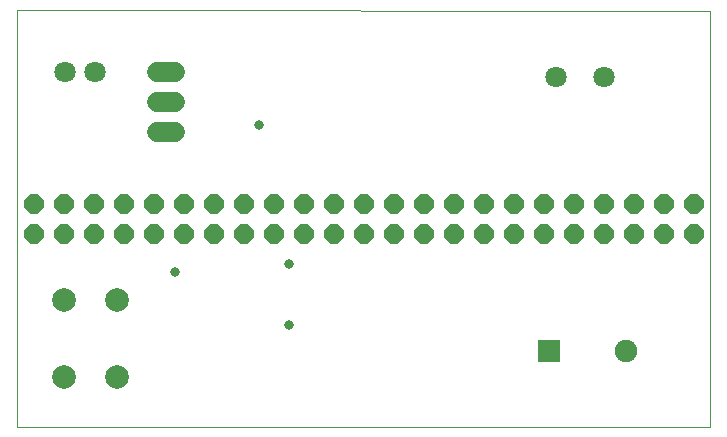
<source format=gbs>
G75*
%MOIN*%
%OFA0B0*%
%FSLAX25Y25*%
%IPPOS*%
%LPD*%
%AMOC8*
5,1,8,0,0,1.08239X$1,22.5*
%
%ADD10C,0.00000*%
%ADD11C,0.07100*%
%ADD12C,0.07900*%
%ADD13R,0.07500X0.07500*%
%ADD14C,0.07500*%
%ADD15OC8,0.06500*%
%ADD16C,0.06500*%
%ADD17C,0.03200*%
D10*
X0021800Y0021800D02*
X0021800Y0160501D01*
X0252745Y0160343D01*
X0252745Y0021800D01*
X0021800Y0021800D01*
D11*
X0037706Y0139989D03*
X0047706Y0139989D03*
X0201485Y0138217D03*
X0217233Y0138217D03*
D12*
X0054991Y0063891D03*
X0037191Y0063891D03*
X0037191Y0038291D03*
X0054991Y0038291D03*
D13*
X0198965Y0047036D03*
D14*
X0224556Y0047036D03*
D15*
X0227233Y0086131D03*
X0217233Y0086131D03*
X0207233Y0086131D03*
X0197233Y0086131D03*
X0187233Y0086131D03*
X0177233Y0086131D03*
X0167233Y0086131D03*
X0157233Y0086131D03*
X0147233Y0086131D03*
X0137233Y0086131D03*
X0127233Y0086131D03*
X0117233Y0086131D03*
X0107233Y0086131D03*
X0097233Y0086131D03*
X0087233Y0086131D03*
X0077233Y0086131D03*
X0067233Y0086131D03*
X0057233Y0086131D03*
X0047233Y0086131D03*
X0037233Y0086131D03*
X0027233Y0086131D03*
X0027233Y0096131D03*
X0037233Y0096131D03*
X0047233Y0096131D03*
X0057233Y0096131D03*
X0067233Y0096131D03*
X0077233Y0096131D03*
X0087233Y0096131D03*
X0097233Y0096131D03*
X0107233Y0096131D03*
X0117233Y0096131D03*
X0127233Y0096131D03*
X0137233Y0096131D03*
X0147233Y0096131D03*
X0157233Y0096131D03*
X0167233Y0096131D03*
X0177233Y0096131D03*
X0187233Y0096131D03*
X0197233Y0096131D03*
X0207233Y0096131D03*
X0217233Y0096131D03*
X0227233Y0096131D03*
X0237233Y0096131D03*
X0247233Y0096131D03*
X0247233Y0086131D03*
X0237233Y0086131D03*
D16*
X0074209Y0119910D02*
X0068209Y0119910D01*
X0068209Y0129910D02*
X0074209Y0129910D01*
X0074209Y0139910D02*
X0068209Y0139910D01*
D17*
X0102233Y0122469D03*
X0112233Y0076131D03*
X0112233Y0055816D03*
X0074202Y0073454D03*
M02*

</source>
